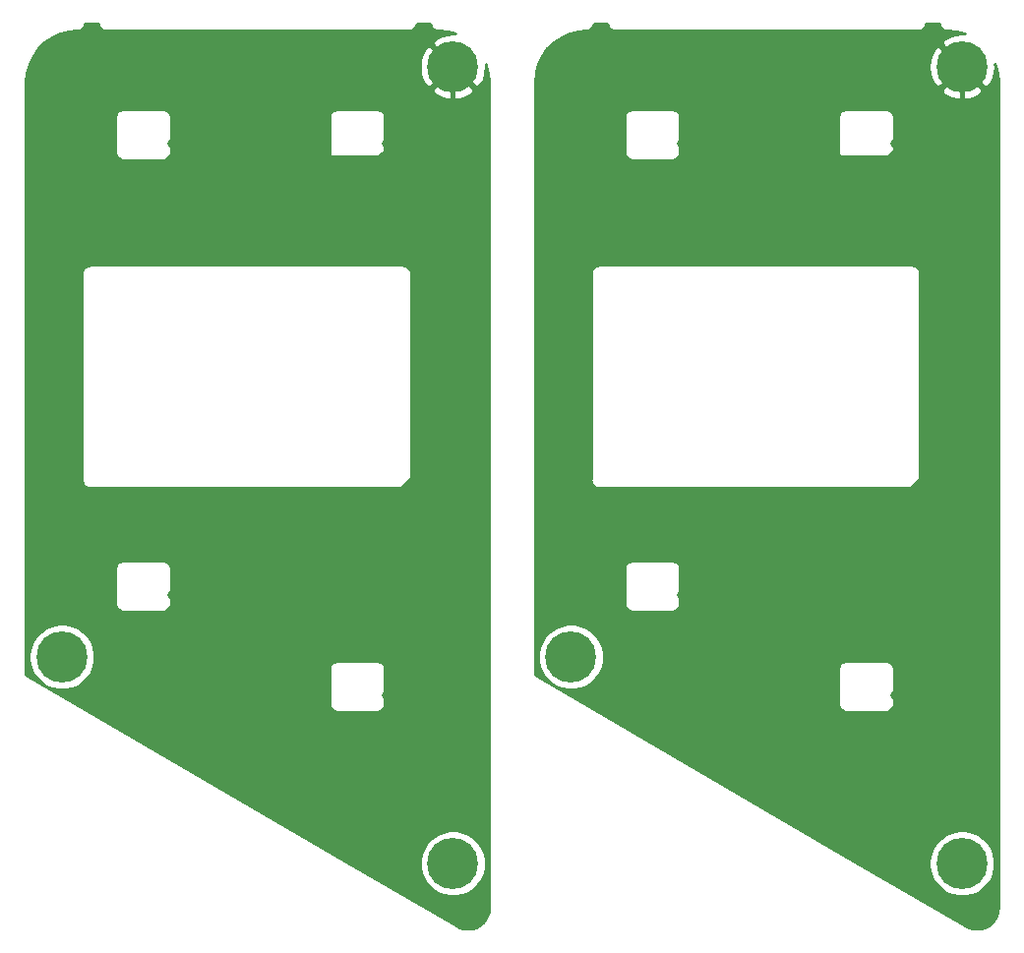
<source format=gtl>
G04 #@! TF.GenerationSoftware,KiCad,Pcbnew,5.1.5+dfsg1-2build2*
G04 #@! TF.CreationDate,2020-12-19T04:00:09+09:00*
G04 #@! TF.ProjectId,shield,73686965-6c64-42e6-9b69-6361645f7063,rev?*
G04 #@! TF.SameCoordinates,Original*
G04 #@! TF.FileFunction,Copper,L1,Top*
G04 #@! TF.FilePolarity,Positive*
%FSLAX46Y46*%
G04 Gerber Fmt 4.6, Leading zero omitted, Abs format (unit mm)*
G04 Created by KiCad (PCBNEW 5.1.5+dfsg1-2build2) date 2020-12-19 04:00:09*
%MOMM*%
%LPD*%
G04 APERTURE LIST*
%ADD10C,4.400000*%
%ADD11C,0.700000*%
%ADD12C,0.800000*%
%ADD13C,0.400000*%
%ADD14C,0.254000*%
G04 APERTURE END LIST*
D10*
X78740000Y-100330000D03*
D11*
X77090000Y-100330000D03*
X77573274Y-101496726D03*
X78740000Y-101980000D03*
X79906726Y-101496726D03*
X80390000Y-100330000D03*
X79906726Y-99163274D03*
X78740000Y-98680000D03*
X77573274Y-99163274D03*
D10*
X112395000Y-118110000D03*
D11*
X110745000Y-118110000D03*
X111228274Y-119276726D03*
X112395000Y-119760000D03*
X113561726Y-119276726D03*
X114045000Y-118110000D03*
X113561726Y-116943274D03*
X112395000Y-116460000D03*
X111228274Y-116943274D03*
X111228274Y-48363274D03*
X112395000Y-47880000D03*
X113561726Y-48363274D03*
X114045000Y-49530000D03*
X113561726Y-50696726D03*
X112395000Y-51180000D03*
X111228274Y-50696726D03*
X110745000Y-49530000D03*
D10*
X112395000Y-49530000D03*
D11*
X33758274Y-99163274D03*
X34925000Y-98680000D03*
X36091726Y-99163274D03*
X36575000Y-100330000D03*
X36091726Y-101496726D03*
X34925000Y-101980000D03*
X33758274Y-101496726D03*
X33275000Y-100330000D03*
D10*
X34925000Y-100330000D03*
D11*
X67413274Y-116943274D03*
X68580000Y-116460000D03*
X69746726Y-116943274D03*
X70230000Y-118110000D03*
X69746726Y-119276726D03*
X68580000Y-119760000D03*
X67413274Y-119276726D03*
X66930000Y-118110000D03*
D10*
X68580000Y-118110000D03*
X68580000Y-49530000D03*
D11*
X66930000Y-49530000D03*
X67413274Y-50696726D03*
X68580000Y-51180000D03*
X69746726Y-50696726D03*
X70230000Y-49530000D03*
X69746726Y-48363274D03*
X68580000Y-47880000D03*
X67413274Y-48363274D03*
D12*
X44450000Y-56134000D03*
X62865000Y-56134000D03*
X62865000Y-103632000D03*
X44450000Y-94996000D03*
X55245000Y-90805000D03*
X52705000Y-62230000D03*
X88265000Y-56134000D03*
X106680000Y-56134000D03*
X106680000Y-103632000D03*
X88265000Y-94996000D03*
X99060000Y-90805000D03*
X96520000Y-62230000D03*
D13*
X62865000Y-55245000D02*
X62865000Y-56134000D01*
X68580000Y-49530000D02*
X62865000Y-55245000D01*
X62865000Y-56699685D02*
X62865000Y-56134000D01*
X62232675Y-57332010D02*
X62865000Y-56699685D01*
X45648010Y-57332010D02*
X62232675Y-57332010D01*
X44450000Y-56134000D02*
X45648010Y-57332010D01*
X68580000Y-52641269D02*
X68580000Y-49530000D01*
X63430685Y-103632000D02*
X68580000Y-98482685D01*
X62865000Y-103632000D02*
X63430685Y-103632000D01*
X68580000Y-81443765D02*
X68580000Y-78740000D01*
X55027765Y-94996000D02*
X68580000Y-81443765D01*
X44450000Y-94996000D02*
X55027765Y-94996000D01*
X68580000Y-78740000D02*
X68580000Y-52641269D01*
X68580000Y-98482685D02*
X68580000Y-78740000D01*
X106680000Y-55245000D02*
X106680000Y-56134000D01*
X112395000Y-49530000D02*
X106680000Y-55245000D01*
X106680000Y-56699685D02*
X106680000Y-56134000D01*
X106047675Y-57332010D02*
X106680000Y-56699685D01*
X89463010Y-57332010D02*
X106047675Y-57332010D01*
X88265000Y-56134000D02*
X89463010Y-57332010D01*
X112395000Y-52641269D02*
X112395000Y-49530000D01*
X107245685Y-103632000D02*
X112395000Y-98482685D01*
X106680000Y-103632000D02*
X107245685Y-103632000D01*
X112395000Y-81443765D02*
X112395000Y-78740000D01*
X98842765Y-94996000D02*
X112395000Y-81443765D01*
X88265000Y-94996000D02*
X98842765Y-94996000D01*
X112395000Y-78740000D02*
X112395000Y-52641269D01*
X112395000Y-98482685D02*
X112395000Y-78740000D01*
D14*
G36*
X38035273Y-45859184D02*
G01*
X38075872Y-45993020D01*
X38141800Y-46116363D01*
X38230525Y-46224475D01*
X38338637Y-46313200D01*
X38461980Y-46379128D01*
X38595816Y-46419727D01*
X38700123Y-46430000D01*
X38735000Y-46433435D01*
X38769877Y-46430000D01*
X64735123Y-46430000D01*
X64770000Y-46433435D01*
X64804877Y-46430000D01*
X64909184Y-46419727D01*
X65043020Y-46379128D01*
X65166363Y-46313200D01*
X65274475Y-46224475D01*
X65363200Y-46116363D01*
X65429128Y-45993020D01*
X65469727Y-45859184D01*
X65470927Y-45847000D01*
X66609074Y-45847000D01*
X66610274Y-45859184D01*
X66650873Y-45993020D01*
X66716801Y-46116363D01*
X66805526Y-46224475D01*
X66913638Y-46313200D01*
X67036981Y-46379128D01*
X67170817Y-46419727D01*
X67310000Y-46433435D01*
X67313266Y-46433113D01*
X68083358Y-46501842D01*
X68829526Y-46705970D01*
X68564826Y-46681322D01*
X68009368Y-46739019D01*
X67475839Y-46903972D01*
X67009976Y-47152982D01*
X66769830Y-47540225D01*
X68580000Y-49350395D01*
X68594143Y-49336253D01*
X68773748Y-49515858D01*
X68759605Y-49530000D01*
X70569775Y-51340170D01*
X70957018Y-51100024D01*
X71217641Y-50606123D01*
X71376901Y-50070867D01*
X71428678Y-49514826D01*
X71407690Y-49312773D01*
X71449073Y-49407044D01*
X71631640Y-50167493D01*
X71680001Y-50826044D01*
X71680000Y-121885280D01*
X71641809Y-122274784D01*
X71538771Y-122616063D01*
X71371409Y-122930825D01*
X71146097Y-123207083D01*
X70871418Y-123434317D01*
X70557838Y-123603869D01*
X70217288Y-123709287D01*
X69862749Y-123746550D01*
X69507731Y-123714242D01*
X69145884Y-123607744D01*
X69039984Y-123559967D01*
X59229273Y-117830777D01*
X65745000Y-117830777D01*
X65745000Y-118389223D01*
X65853948Y-118936939D01*
X66067656Y-119452876D01*
X66377912Y-119917207D01*
X66772793Y-120312088D01*
X67237124Y-120622344D01*
X67753061Y-120836052D01*
X68300777Y-120945000D01*
X68859223Y-120945000D01*
X69406939Y-120836052D01*
X69922876Y-120622344D01*
X70387207Y-120312088D01*
X70782088Y-119917207D01*
X71092344Y-119452876D01*
X71306052Y-118936939D01*
X71415000Y-118389223D01*
X71415000Y-117830777D01*
X71306052Y-117283061D01*
X71092344Y-116767124D01*
X70782088Y-116302793D01*
X70387207Y-115907912D01*
X69922876Y-115597656D01*
X69406939Y-115383948D01*
X68859223Y-115275000D01*
X68300777Y-115275000D01*
X67753061Y-115383948D01*
X67237124Y-115597656D01*
X66772793Y-115907912D01*
X66377912Y-116302793D01*
X66067656Y-116767124D01*
X65853948Y-117283061D01*
X65745000Y-117830777D01*
X59229273Y-117830777D01*
X31825000Y-101827423D01*
X31825000Y-100050777D01*
X32090000Y-100050777D01*
X32090000Y-100609223D01*
X32198948Y-101156939D01*
X32412656Y-101672876D01*
X32722912Y-102137207D01*
X33117793Y-102532088D01*
X33582124Y-102842344D01*
X34098061Y-103056052D01*
X34645777Y-103165000D01*
X35204223Y-103165000D01*
X35751939Y-103056052D01*
X36267876Y-102842344D01*
X36732207Y-102532088D01*
X37127088Y-102137207D01*
X37437344Y-101672876D01*
X37562799Y-101370000D01*
X57926638Y-101370000D01*
X57930001Y-101404145D01*
X57930000Y-104335865D01*
X57926638Y-104370000D01*
X57940057Y-104506244D01*
X57979798Y-104637252D01*
X58044333Y-104757989D01*
X58131183Y-104863817D01*
X58237011Y-104950667D01*
X58357748Y-105015202D01*
X58488756Y-105054943D01*
X58625000Y-105068362D01*
X58659134Y-105065000D01*
X61990866Y-105065000D01*
X62025000Y-105068362D01*
X62161244Y-105054943D01*
X62292252Y-105015202D01*
X62412989Y-104950667D01*
X62518817Y-104863817D01*
X62605667Y-104757989D01*
X62670202Y-104637252D01*
X62709943Y-104506244D01*
X62720000Y-104404135D01*
X62720000Y-104404134D01*
X62723362Y-104370000D01*
X62720000Y-104335865D01*
X62720000Y-101404135D01*
X62723362Y-101370000D01*
X62709943Y-101233756D01*
X62670202Y-101102748D01*
X62605667Y-100982011D01*
X62518817Y-100876183D01*
X62412989Y-100789333D01*
X62292252Y-100724798D01*
X62161244Y-100685057D01*
X62059135Y-100675000D01*
X62059134Y-100675000D01*
X62025000Y-100671638D01*
X61990865Y-100675000D01*
X58659135Y-100675000D01*
X58625000Y-100671638D01*
X58590866Y-100675000D01*
X58590865Y-100675000D01*
X58488756Y-100685057D01*
X58357748Y-100724798D01*
X58237011Y-100789333D01*
X58131183Y-100876183D01*
X58044333Y-100982011D01*
X57979798Y-101102748D01*
X57940057Y-101233756D01*
X57926638Y-101370000D01*
X37562799Y-101370000D01*
X37651052Y-101156939D01*
X37760000Y-100609223D01*
X37760000Y-100050777D01*
X37651052Y-99503061D01*
X37437344Y-98987124D01*
X37127088Y-98522793D01*
X36732207Y-98127912D01*
X36267876Y-97817656D01*
X35751939Y-97603948D01*
X35204223Y-97495000D01*
X34645777Y-97495000D01*
X34098061Y-97603948D01*
X33582124Y-97817656D01*
X33117793Y-98127912D01*
X32722912Y-98522793D01*
X32412656Y-98987124D01*
X32198948Y-99503061D01*
X32090000Y-100050777D01*
X31825000Y-100050777D01*
X31825000Y-92734000D01*
X39511638Y-92734000D01*
X39515001Y-92768145D01*
X39515000Y-95699865D01*
X39511638Y-95734000D01*
X39525057Y-95870244D01*
X39564798Y-96001252D01*
X39629333Y-96121989D01*
X39716183Y-96227817D01*
X39822011Y-96314667D01*
X39942748Y-96379202D01*
X40073756Y-96418943D01*
X40210000Y-96432362D01*
X40244134Y-96429000D01*
X43575866Y-96429000D01*
X43610000Y-96432362D01*
X43746244Y-96418943D01*
X43877252Y-96379202D01*
X43997989Y-96314667D01*
X44103817Y-96227817D01*
X44190667Y-96121989D01*
X44255202Y-96001252D01*
X44294943Y-95870244D01*
X44305000Y-95768135D01*
X44305000Y-95768134D01*
X44308362Y-95734000D01*
X44305000Y-95699865D01*
X44305000Y-92768135D01*
X44308362Y-92734000D01*
X44294943Y-92597756D01*
X44255202Y-92466748D01*
X44190667Y-92346011D01*
X44103817Y-92240183D01*
X43997989Y-92153333D01*
X43877252Y-92088798D01*
X43746244Y-92049057D01*
X43644135Y-92039000D01*
X43644134Y-92039000D01*
X43610000Y-92035638D01*
X43575865Y-92039000D01*
X40244135Y-92039000D01*
X40210000Y-92035638D01*
X40175866Y-92039000D01*
X40175865Y-92039000D01*
X40073756Y-92049057D01*
X39942748Y-92088798D01*
X39822011Y-92153333D01*
X39716183Y-92240183D01*
X39629333Y-92346011D01*
X39564798Y-92466748D01*
X39525057Y-92597756D01*
X39511638Y-92734000D01*
X31825000Y-92734000D01*
X31825000Y-67310000D01*
X36624565Y-67310000D01*
X36628001Y-67344887D01*
X36628000Y-85055123D01*
X36624565Y-85090000D01*
X36638273Y-85229184D01*
X36678872Y-85363020D01*
X36744800Y-85486363D01*
X36833525Y-85594475D01*
X36941637Y-85683200D01*
X37064980Y-85749128D01*
X37198816Y-85789727D01*
X37338000Y-85803435D01*
X37372877Y-85800000D01*
X64227123Y-85800000D01*
X64262000Y-85803435D01*
X64296877Y-85800000D01*
X64401184Y-85789727D01*
X64535020Y-85749128D01*
X64658363Y-85683200D01*
X64766475Y-85594475D01*
X64855200Y-85486363D01*
X64921128Y-85363020D01*
X64961727Y-85229184D01*
X64975435Y-85090000D01*
X64972000Y-85055123D01*
X64972000Y-67344877D01*
X64975435Y-67310000D01*
X64961727Y-67170816D01*
X64921128Y-67036980D01*
X64855200Y-66913637D01*
X64766475Y-66805525D01*
X64658363Y-66716800D01*
X64535020Y-66650872D01*
X64401184Y-66610273D01*
X64296877Y-66600000D01*
X64262000Y-66596565D01*
X64227123Y-66600000D01*
X37372877Y-66600000D01*
X37338000Y-66596565D01*
X37303123Y-66600000D01*
X37198816Y-66610273D01*
X37064980Y-66650872D01*
X36941637Y-66716800D01*
X36833525Y-66805525D01*
X36744800Y-66913637D01*
X36678872Y-67036980D01*
X36638273Y-67170816D01*
X36624565Y-67310000D01*
X31825000Y-67310000D01*
X31825000Y-53872000D01*
X39511638Y-53872000D01*
X39515001Y-53906145D01*
X39515000Y-56837865D01*
X39511638Y-56872000D01*
X39525057Y-57008244D01*
X39564798Y-57139252D01*
X39629333Y-57259989D01*
X39716183Y-57365817D01*
X39822011Y-57452667D01*
X39942748Y-57517202D01*
X40073756Y-57556943D01*
X40210000Y-57570362D01*
X40244134Y-57567000D01*
X43575866Y-57567000D01*
X43610000Y-57570362D01*
X43746244Y-57556943D01*
X43877252Y-57517202D01*
X43997989Y-57452667D01*
X44103817Y-57365817D01*
X44190667Y-57259989D01*
X44255202Y-57139252D01*
X44294943Y-57008244D01*
X44305000Y-56906135D01*
X44305000Y-56906134D01*
X44308362Y-56872000D01*
X44305000Y-56837865D01*
X44305000Y-53906135D01*
X44308362Y-53872000D01*
X57926638Y-53872000D01*
X57930001Y-53906145D01*
X57930000Y-56837865D01*
X57926638Y-56872000D01*
X57940057Y-57008244D01*
X57979798Y-57139252D01*
X58044333Y-57259989D01*
X58131183Y-57365817D01*
X58237011Y-57452667D01*
X58357748Y-57517202D01*
X58488756Y-57556943D01*
X58625000Y-57570362D01*
X58659134Y-57567000D01*
X61990866Y-57567000D01*
X62025000Y-57570362D01*
X62161244Y-57556943D01*
X62292252Y-57517202D01*
X62412989Y-57452667D01*
X62518817Y-57365817D01*
X62605667Y-57259989D01*
X62670202Y-57139252D01*
X62709943Y-57008244D01*
X62720000Y-56906135D01*
X62720000Y-56906134D01*
X62723362Y-56872000D01*
X62720000Y-56837865D01*
X62720000Y-53906135D01*
X62723362Y-53872000D01*
X62709943Y-53735756D01*
X62670202Y-53604748D01*
X62605667Y-53484011D01*
X62518817Y-53378183D01*
X62412989Y-53291333D01*
X62292252Y-53226798D01*
X62161244Y-53187057D01*
X62059135Y-53177000D01*
X62059134Y-53177000D01*
X62025000Y-53173638D01*
X61990865Y-53177000D01*
X58659135Y-53177000D01*
X58625000Y-53173638D01*
X58590866Y-53177000D01*
X58590865Y-53177000D01*
X58488756Y-53187057D01*
X58357748Y-53226798D01*
X58237011Y-53291333D01*
X58131183Y-53378183D01*
X58044333Y-53484011D01*
X57979798Y-53604748D01*
X57940057Y-53735756D01*
X57926638Y-53872000D01*
X44308362Y-53872000D01*
X44294943Y-53735756D01*
X44255202Y-53604748D01*
X44190667Y-53484011D01*
X44103817Y-53378183D01*
X43997989Y-53291333D01*
X43877252Y-53226798D01*
X43746244Y-53187057D01*
X43644135Y-53177000D01*
X43644134Y-53177000D01*
X43610000Y-53173638D01*
X43575865Y-53177000D01*
X40244135Y-53177000D01*
X40210000Y-53173638D01*
X40175866Y-53177000D01*
X40175865Y-53177000D01*
X40073756Y-53187057D01*
X39942748Y-53226798D01*
X39822011Y-53291333D01*
X39716183Y-53378183D01*
X39629333Y-53484011D01*
X39564798Y-53604748D01*
X39525057Y-53735756D01*
X39511638Y-53872000D01*
X31825000Y-53872000D01*
X31825000Y-51519775D01*
X66769830Y-51519775D01*
X67009976Y-51907018D01*
X67503877Y-52167641D01*
X68039133Y-52326901D01*
X68595174Y-52378678D01*
X69150632Y-52320981D01*
X69684161Y-52156028D01*
X70150024Y-51907018D01*
X70390170Y-51519775D01*
X68580000Y-49709605D01*
X66769830Y-51519775D01*
X31825000Y-51519775D01*
X31825000Y-50831618D01*
X31896842Y-50026642D01*
X32028556Y-49545174D01*
X65731322Y-49545174D01*
X65789019Y-50100632D01*
X65953972Y-50634161D01*
X66202982Y-51100024D01*
X66590225Y-51340170D01*
X68400395Y-49530000D01*
X66590225Y-47719830D01*
X66202982Y-47959976D01*
X65942359Y-48453877D01*
X65783099Y-48989133D01*
X65731322Y-49545174D01*
X32028556Y-49545174D01*
X32101723Y-49277723D01*
X32435986Y-48576928D01*
X32889069Y-47946395D01*
X33446645Y-47406066D01*
X34091099Y-46973011D01*
X34802044Y-46660927D01*
X35562493Y-46478360D01*
X36186139Y-46432562D01*
X36195000Y-46433435D01*
X36334183Y-46419727D01*
X36468019Y-46379128D01*
X36591362Y-46313200D01*
X36699474Y-46224475D01*
X36788200Y-46116363D01*
X36854128Y-45993020D01*
X36894727Y-45859184D01*
X36895927Y-45847000D01*
X38034073Y-45847000D01*
X38035273Y-45859184D01*
G37*
X38035273Y-45859184D02*
X38075872Y-45993020D01*
X38141800Y-46116363D01*
X38230525Y-46224475D01*
X38338637Y-46313200D01*
X38461980Y-46379128D01*
X38595816Y-46419727D01*
X38700123Y-46430000D01*
X38735000Y-46433435D01*
X38769877Y-46430000D01*
X64735123Y-46430000D01*
X64770000Y-46433435D01*
X64804877Y-46430000D01*
X64909184Y-46419727D01*
X65043020Y-46379128D01*
X65166363Y-46313200D01*
X65274475Y-46224475D01*
X65363200Y-46116363D01*
X65429128Y-45993020D01*
X65469727Y-45859184D01*
X65470927Y-45847000D01*
X66609074Y-45847000D01*
X66610274Y-45859184D01*
X66650873Y-45993020D01*
X66716801Y-46116363D01*
X66805526Y-46224475D01*
X66913638Y-46313200D01*
X67036981Y-46379128D01*
X67170817Y-46419727D01*
X67310000Y-46433435D01*
X67313266Y-46433113D01*
X68083358Y-46501842D01*
X68829526Y-46705970D01*
X68564826Y-46681322D01*
X68009368Y-46739019D01*
X67475839Y-46903972D01*
X67009976Y-47152982D01*
X66769830Y-47540225D01*
X68580000Y-49350395D01*
X68594143Y-49336253D01*
X68773748Y-49515858D01*
X68759605Y-49530000D01*
X70569775Y-51340170D01*
X70957018Y-51100024D01*
X71217641Y-50606123D01*
X71376901Y-50070867D01*
X71428678Y-49514826D01*
X71407690Y-49312773D01*
X71449073Y-49407044D01*
X71631640Y-50167493D01*
X71680001Y-50826044D01*
X71680000Y-121885280D01*
X71641809Y-122274784D01*
X71538771Y-122616063D01*
X71371409Y-122930825D01*
X71146097Y-123207083D01*
X70871418Y-123434317D01*
X70557838Y-123603869D01*
X70217288Y-123709287D01*
X69862749Y-123746550D01*
X69507731Y-123714242D01*
X69145884Y-123607744D01*
X69039984Y-123559967D01*
X59229273Y-117830777D01*
X65745000Y-117830777D01*
X65745000Y-118389223D01*
X65853948Y-118936939D01*
X66067656Y-119452876D01*
X66377912Y-119917207D01*
X66772793Y-120312088D01*
X67237124Y-120622344D01*
X67753061Y-120836052D01*
X68300777Y-120945000D01*
X68859223Y-120945000D01*
X69406939Y-120836052D01*
X69922876Y-120622344D01*
X70387207Y-120312088D01*
X70782088Y-119917207D01*
X71092344Y-119452876D01*
X71306052Y-118936939D01*
X71415000Y-118389223D01*
X71415000Y-117830777D01*
X71306052Y-117283061D01*
X71092344Y-116767124D01*
X70782088Y-116302793D01*
X70387207Y-115907912D01*
X69922876Y-115597656D01*
X69406939Y-115383948D01*
X68859223Y-115275000D01*
X68300777Y-115275000D01*
X67753061Y-115383948D01*
X67237124Y-115597656D01*
X66772793Y-115907912D01*
X66377912Y-116302793D01*
X66067656Y-116767124D01*
X65853948Y-117283061D01*
X65745000Y-117830777D01*
X59229273Y-117830777D01*
X31825000Y-101827423D01*
X31825000Y-100050777D01*
X32090000Y-100050777D01*
X32090000Y-100609223D01*
X32198948Y-101156939D01*
X32412656Y-101672876D01*
X32722912Y-102137207D01*
X33117793Y-102532088D01*
X33582124Y-102842344D01*
X34098061Y-103056052D01*
X34645777Y-103165000D01*
X35204223Y-103165000D01*
X35751939Y-103056052D01*
X36267876Y-102842344D01*
X36732207Y-102532088D01*
X37127088Y-102137207D01*
X37437344Y-101672876D01*
X37562799Y-101370000D01*
X57926638Y-101370000D01*
X57930001Y-101404145D01*
X57930000Y-104335865D01*
X57926638Y-104370000D01*
X57940057Y-104506244D01*
X57979798Y-104637252D01*
X58044333Y-104757989D01*
X58131183Y-104863817D01*
X58237011Y-104950667D01*
X58357748Y-105015202D01*
X58488756Y-105054943D01*
X58625000Y-105068362D01*
X58659134Y-105065000D01*
X61990866Y-105065000D01*
X62025000Y-105068362D01*
X62161244Y-105054943D01*
X62292252Y-105015202D01*
X62412989Y-104950667D01*
X62518817Y-104863817D01*
X62605667Y-104757989D01*
X62670202Y-104637252D01*
X62709943Y-104506244D01*
X62720000Y-104404135D01*
X62720000Y-104404134D01*
X62723362Y-104370000D01*
X62720000Y-104335865D01*
X62720000Y-101404135D01*
X62723362Y-101370000D01*
X62709943Y-101233756D01*
X62670202Y-101102748D01*
X62605667Y-100982011D01*
X62518817Y-100876183D01*
X62412989Y-100789333D01*
X62292252Y-100724798D01*
X62161244Y-100685057D01*
X62059135Y-100675000D01*
X62059134Y-100675000D01*
X62025000Y-100671638D01*
X61990865Y-100675000D01*
X58659135Y-100675000D01*
X58625000Y-100671638D01*
X58590866Y-100675000D01*
X58590865Y-100675000D01*
X58488756Y-100685057D01*
X58357748Y-100724798D01*
X58237011Y-100789333D01*
X58131183Y-100876183D01*
X58044333Y-100982011D01*
X57979798Y-101102748D01*
X57940057Y-101233756D01*
X57926638Y-101370000D01*
X37562799Y-101370000D01*
X37651052Y-101156939D01*
X37760000Y-100609223D01*
X37760000Y-100050777D01*
X37651052Y-99503061D01*
X37437344Y-98987124D01*
X37127088Y-98522793D01*
X36732207Y-98127912D01*
X36267876Y-97817656D01*
X35751939Y-97603948D01*
X35204223Y-97495000D01*
X34645777Y-97495000D01*
X34098061Y-97603948D01*
X33582124Y-97817656D01*
X33117793Y-98127912D01*
X32722912Y-98522793D01*
X32412656Y-98987124D01*
X32198948Y-99503061D01*
X32090000Y-100050777D01*
X31825000Y-100050777D01*
X31825000Y-92734000D01*
X39511638Y-92734000D01*
X39515001Y-92768145D01*
X39515000Y-95699865D01*
X39511638Y-95734000D01*
X39525057Y-95870244D01*
X39564798Y-96001252D01*
X39629333Y-96121989D01*
X39716183Y-96227817D01*
X39822011Y-96314667D01*
X39942748Y-96379202D01*
X40073756Y-96418943D01*
X40210000Y-96432362D01*
X40244134Y-96429000D01*
X43575866Y-96429000D01*
X43610000Y-96432362D01*
X43746244Y-96418943D01*
X43877252Y-96379202D01*
X43997989Y-96314667D01*
X44103817Y-96227817D01*
X44190667Y-96121989D01*
X44255202Y-96001252D01*
X44294943Y-95870244D01*
X44305000Y-95768135D01*
X44305000Y-95768134D01*
X44308362Y-95734000D01*
X44305000Y-95699865D01*
X44305000Y-92768135D01*
X44308362Y-92734000D01*
X44294943Y-92597756D01*
X44255202Y-92466748D01*
X44190667Y-92346011D01*
X44103817Y-92240183D01*
X43997989Y-92153333D01*
X43877252Y-92088798D01*
X43746244Y-92049057D01*
X43644135Y-92039000D01*
X43644134Y-92039000D01*
X43610000Y-92035638D01*
X43575865Y-92039000D01*
X40244135Y-92039000D01*
X40210000Y-92035638D01*
X40175866Y-92039000D01*
X40175865Y-92039000D01*
X40073756Y-92049057D01*
X39942748Y-92088798D01*
X39822011Y-92153333D01*
X39716183Y-92240183D01*
X39629333Y-92346011D01*
X39564798Y-92466748D01*
X39525057Y-92597756D01*
X39511638Y-92734000D01*
X31825000Y-92734000D01*
X31825000Y-67310000D01*
X36624565Y-67310000D01*
X36628001Y-67344887D01*
X36628000Y-85055123D01*
X36624565Y-85090000D01*
X36638273Y-85229184D01*
X36678872Y-85363020D01*
X36744800Y-85486363D01*
X36833525Y-85594475D01*
X36941637Y-85683200D01*
X37064980Y-85749128D01*
X37198816Y-85789727D01*
X37338000Y-85803435D01*
X37372877Y-85800000D01*
X64227123Y-85800000D01*
X64262000Y-85803435D01*
X64296877Y-85800000D01*
X64401184Y-85789727D01*
X64535020Y-85749128D01*
X64658363Y-85683200D01*
X64766475Y-85594475D01*
X64855200Y-85486363D01*
X64921128Y-85363020D01*
X64961727Y-85229184D01*
X64975435Y-85090000D01*
X64972000Y-85055123D01*
X64972000Y-67344877D01*
X64975435Y-67310000D01*
X64961727Y-67170816D01*
X64921128Y-67036980D01*
X64855200Y-66913637D01*
X64766475Y-66805525D01*
X64658363Y-66716800D01*
X64535020Y-66650872D01*
X64401184Y-66610273D01*
X64296877Y-66600000D01*
X64262000Y-66596565D01*
X64227123Y-66600000D01*
X37372877Y-66600000D01*
X37338000Y-66596565D01*
X37303123Y-66600000D01*
X37198816Y-66610273D01*
X37064980Y-66650872D01*
X36941637Y-66716800D01*
X36833525Y-66805525D01*
X36744800Y-66913637D01*
X36678872Y-67036980D01*
X36638273Y-67170816D01*
X36624565Y-67310000D01*
X31825000Y-67310000D01*
X31825000Y-53872000D01*
X39511638Y-53872000D01*
X39515001Y-53906145D01*
X39515000Y-56837865D01*
X39511638Y-56872000D01*
X39525057Y-57008244D01*
X39564798Y-57139252D01*
X39629333Y-57259989D01*
X39716183Y-57365817D01*
X39822011Y-57452667D01*
X39942748Y-57517202D01*
X40073756Y-57556943D01*
X40210000Y-57570362D01*
X40244134Y-57567000D01*
X43575866Y-57567000D01*
X43610000Y-57570362D01*
X43746244Y-57556943D01*
X43877252Y-57517202D01*
X43997989Y-57452667D01*
X44103817Y-57365817D01*
X44190667Y-57259989D01*
X44255202Y-57139252D01*
X44294943Y-57008244D01*
X44305000Y-56906135D01*
X44305000Y-56906134D01*
X44308362Y-56872000D01*
X44305000Y-56837865D01*
X44305000Y-53906135D01*
X44308362Y-53872000D01*
X57926638Y-53872000D01*
X57930001Y-53906145D01*
X57930000Y-56837865D01*
X57926638Y-56872000D01*
X57940057Y-57008244D01*
X57979798Y-57139252D01*
X58044333Y-57259989D01*
X58131183Y-57365817D01*
X58237011Y-57452667D01*
X58357748Y-57517202D01*
X58488756Y-57556943D01*
X58625000Y-57570362D01*
X58659134Y-57567000D01*
X61990866Y-57567000D01*
X62025000Y-57570362D01*
X62161244Y-57556943D01*
X62292252Y-57517202D01*
X62412989Y-57452667D01*
X62518817Y-57365817D01*
X62605667Y-57259989D01*
X62670202Y-57139252D01*
X62709943Y-57008244D01*
X62720000Y-56906135D01*
X62720000Y-56906134D01*
X62723362Y-56872000D01*
X62720000Y-56837865D01*
X62720000Y-53906135D01*
X62723362Y-53872000D01*
X62709943Y-53735756D01*
X62670202Y-53604748D01*
X62605667Y-53484011D01*
X62518817Y-53378183D01*
X62412989Y-53291333D01*
X62292252Y-53226798D01*
X62161244Y-53187057D01*
X62059135Y-53177000D01*
X62059134Y-53177000D01*
X62025000Y-53173638D01*
X61990865Y-53177000D01*
X58659135Y-53177000D01*
X58625000Y-53173638D01*
X58590866Y-53177000D01*
X58590865Y-53177000D01*
X58488756Y-53187057D01*
X58357748Y-53226798D01*
X58237011Y-53291333D01*
X58131183Y-53378183D01*
X58044333Y-53484011D01*
X57979798Y-53604748D01*
X57940057Y-53735756D01*
X57926638Y-53872000D01*
X44308362Y-53872000D01*
X44294943Y-53735756D01*
X44255202Y-53604748D01*
X44190667Y-53484011D01*
X44103817Y-53378183D01*
X43997989Y-53291333D01*
X43877252Y-53226798D01*
X43746244Y-53187057D01*
X43644135Y-53177000D01*
X43644134Y-53177000D01*
X43610000Y-53173638D01*
X43575865Y-53177000D01*
X40244135Y-53177000D01*
X40210000Y-53173638D01*
X40175866Y-53177000D01*
X40175865Y-53177000D01*
X40073756Y-53187057D01*
X39942748Y-53226798D01*
X39822011Y-53291333D01*
X39716183Y-53378183D01*
X39629333Y-53484011D01*
X39564798Y-53604748D01*
X39525057Y-53735756D01*
X39511638Y-53872000D01*
X31825000Y-53872000D01*
X31825000Y-51519775D01*
X66769830Y-51519775D01*
X67009976Y-51907018D01*
X67503877Y-52167641D01*
X68039133Y-52326901D01*
X68595174Y-52378678D01*
X69150632Y-52320981D01*
X69684161Y-52156028D01*
X70150024Y-51907018D01*
X70390170Y-51519775D01*
X68580000Y-49709605D01*
X66769830Y-51519775D01*
X31825000Y-51519775D01*
X31825000Y-50831618D01*
X31896842Y-50026642D01*
X32028556Y-49545174D01*
X65731322Y-49545174D01*
X65789019Y-50100632D01*
X65953972Y-50634161D01*
X66202982Y-51100024D01*
X66590225Y-51340170D01*
X68400395Y-49530000D01*
X66590225Y-47719830D01*
X66202982Y-47959976D01*
X65942359Y-48453877D01*
X65783099Y-48989133D01*
X65731322Y-49545174D01*
X32028556Y-49545174D01*
X32101723Y-49277723D01*
X32435986Y-48576928D01*
X32889069Y-47946395D01*
X33446645Y-47406066D01*
X34091099Y-46973011D01*
X34802044Y-46660927D01*
X35562493Y-46478360D01*
X36186139Y-46432562D01*
X36195000Y-46433435D01*
X36334183Y-46419727D01*
X36468019Y-46379128D01*
X36591362Y-46313200D01*
X36699474Y-46224475D01*
X36788200Y-46116363D01*
X36854128Y-45993020D01*
X36894727Y-45859184D01*
X36895927Y-45847000D01*
X38034073Y-45847000D01*
X38035273Y-45859184D01*
G36*
X81850273Y-45859184D02*
G01*
X81890872Y-45993020D01*
X81956800Y-46116363D01*
X82045525Y-46224475D01*
X82153637Y-46313200D01*
X82276980Y-46379128D01*
X82410816Y-46419727D01*
X82515123Y-46430000D01*
X82550000Y-46433435D01*
X82584877Y-46430000D01*
X108550123Y-46430000D01*
X108585000Y-46433435D01*
X108619877Y-46430000D01*
X108724184Y-46419727D01*
X108858020Y-46379128D01*
X108981363Y-46313200D01*
X109089475Y-46224475D01*
X109178200Y-46116363D01*
X109244128Y-45993020D01*
X109284727Y-45859184D01*
X109285927Y-45847000D01*
X110424074Y-45847000D01*
X110425274Y-45859184D01*
X110465873Y-45993020D01*
X110531801Y-46116363D01*
X110620526Y-46224475D01*
X110728638Y-46313200D01*
X110851981Y-46379128D01*
X110985817Y-46419727D01*
X111125000Y-46433435D01*
X111128266Y-46433113D01*
X111898358Y-46501842D01*
X112644526Y-46705970D01*
X112379826Y-46681322D01*
X111824368Y-46739019D01*
X111290839Y-46903972D01*
X110824976Y-47152982D01*
X110584830Y-47540225D01*
X112395000Y-49350395D01*
X112409143Y-49336253D01*
X112588748Y-49515858D01*
X112574605Y-49530000D01*
X114384775Y-51340170D01*
X114772018Y-51100024D01*
X115032641Y-50606123D01*
X115191901Y-50070867D01*
X115243678Y-49514826D01*
X115222690Y-49312773D01*
X115264073Y-49407044D01*
X115446640Y-50167493D01*
X115495001Y-50826044D01*
X115495000Y-121885280D01*
X115456809Y-122274784D01*
X115353771Y-122616063D01*
X115186409Y-122930825D01*
X114961097Y-123207083D01*
X114686418Y-123434317D01*
X114372838Y-123603869D01*
X114032288Y-123709287D01*
X113677749Y-123746550D01*
X113322731Y-123714242D01*
X112960884Y-123607744D01*
X112854984Y-123559967D01*
X103044273Y-117830777D01*
X109560000Y-117830777D01*
X109560000Y-118389223D01*
X109668948Y-118936939D01*
X109882656Y-119452876D01*
X110192912Y-119917207D01*
X110587793Y-120312088D01*
X111052124Y-120622344D01*
X111568061Y-120836052D01*
X112115777Y-120945000D01*
X112674223Y-120945000D01*
X113221939Y-120836052D01*
X113737876Y-120622344D01*
X114202207Y-120312088D01*
X114597088Y-119917207D01*
X114907344Y-119452876D01*
X115121052Y-118936939D01*
X115230000Y-118389223D01*
X115230000Y-117830777D01*
X115121052Y-117283061D01*
X114907344Y-116767124D01*
X114597088Y-116302793D01*
X114202207Y-115907912D01*
X113737876Y-115597656D01*
X113221939Y-115383948D01*
X112674223Y-115275000D01*
X112115777Y-115275000D01*
X111568061Y-115383948D01*
X111052124Y-115597656D01*
X110587793Y-115907912D01*
X110192912Y-116302793D01*
X109882656Y-116767124D01*
X109668948Y-117283061D01*
X109560000Y-117830777D01*
X103044273Y-117830777D01*
X75640000Y-101827423D01*
X75640000Y-100050777D01*
X75905000Y-100050777D01*
X75905000Y-100609223D01*
X76013948Y-101156939D01*
X76227656Y-101672876D01*
X76537912Y-102137207D01*
X76932793Y-102532088D01*
X77397124Y-102842344D01*
X77913061Y-103056052D01*
X78460777Y-103165000D01*
X79019223Y-103165000D01*
X79566939Y-103056052D01*
X80082876Y-102842344D01*
X80547207Y-102532088D01*
X80942088Y-102137207D01*
X81252344Y-101672876D01*
X81377799Y-101370000D01*
X101741638Y-101370000D01*
X101745001Y-101404145D01*
X101745000Y-104335865D01*
X101741638Y-104370000D01*
X101755057Y-104506244D01*
X101794798Y-104637252D01*
X101859333Y-104757989D01*
X101946183Y-104863817D01*
X102052011Y-104950667D01*
X102172748Y-105015202D01*
X102303756Y-105054943D01*
X102440000Y-105068362D01*
X102474134Y-105065000D01*
X105805866Y-105065000D01*
X105840000Y-105068362D01*
X105976244Y-105054943D01*
X106107252Y-105015202D01*
X106227989Y-104950667D01*
X106333817Y-104863817D01*
X106420667Y-104757989D01*
X106485202Y-104637252D01*
X106524943Y-104506244D01*
X106535000Y-104404135D01*
X106535000Y-104404134D01*
X106538362Y-104370000D01*
X106535000Y-104335865D01*
X106535000Y-101404135D01*
X106538362Y-101370000D01*
X106524943Y-101233756D01*
X106485202Y-101102748D01*
X106420667Y-100982011D01*
X106333817Y-100876183D01*
X106227989Y-100789333D01*
X106107252Y-100724798D01*
X105976244Y-100685057D01*
X105874135Y-100675000D01*
X105874134Y-100675000D01*
X105840000Y-100671638D01*
X105805865Y-100675000D01*
X102474135Y-100675000D01*
X102440000Y-100671638D01*
X102405866Y-100675000D01*
X102405865Y-100675000D01*
X102303756Y-100685057D01*
X102172748Y-100724798D01*
X102052011Y-100789333D01*
X101946183Y-100876183D01*
X101859333Y-100982011D01*
X101794798Y-101102748D01*
X101755057Y-101233756D01*
X101741638Y-101370000D01*
X81377799Y-101370000D01*
X81466052Y-101156939D01*
X81575000Y-100609223D01*
X81575000Y-100050777D01*
X81466052Y-99503061D01*
X81252344Y-98987124D01*
X80942088Y-98522793D01*
X80547207Y-98127912D01*
X80082876Y-97817656D01*
X79566939Y-97603948D01*
X79019223Y-97495000D01*
X78460777Y-97495000D01*
X77913061Y-97603948D01*
X77397124Y-97817656D01*
X76932793Y-98127912D01*
X76537912Y-98522793D01*
X76227656Y-98987124D01*
X76013948Y-99503061D01*
X75905000Y-100050777D01*
X75640000Y-100050777D01*
X75640000Y-92734000D01*
X83326638Y-92734000D01*
X83330001Y-92768145D01*
X83330000Y-95699865D01*
X83326638Y-95734000D01*
X83340057Y-95870244D01*
X83379798Y-96001252D01*
X83444333Y-96121989D01*
X83531183Y-96227817D01*
X83637011Y-96314667D01*
X83757748Y-96379202D01*
X83888756Y-96418943D01*
X84025000Y-96432362D01*
X84059134Y-96429000D01*
X87390866Y-96429000D01*
X87425000Y-96432362D01*
X87561244Y-96418943D01*
X87692252Y-96379202D01*
X87812989Y-96314667D01*
X87918817Y-96227817D01*
X88005667Y-96121989D01*
X88070202Y-96001252D01*
X88109943Y-95870244D01*
X88120000Y-95768135D01*
X88120000Y-95768134D01*
X88123362Y-95734000D01*
X88120000Y-95699865D01*
X88120000Y-92768135D01*
X88123362Y-92734000D01*
X88109943Y-92597756D01*
X88070202Y-92466748D01*
X88005667Y-92346011D01*
X87918817Y-92240183D01*
X87812989Y-92153333D01*
X87692252Y-92088798D01*
X87561244Y-92049057D01*
X87459135Y-92039000D01*
X87459134Y-92039000D01*
X87425000Y-92035638D01*
X87390865Y-92039000D01*
X84059135Y-92039000D01*
X84025000Y-92035638D01*
X83990866Y-92039000D01*
X83990865Y-92039000D01*
X83888756Y-92049057D01*
X83757748Y-92088798D01*
X83637011Y-92153333D01*
X83531183Y-92240183D01*
X83444333Y-92346011D01*
X83379798Y-92466748D01*
X83340057Y-92597756D01*
X83326638Y-92734000D01*
X75640000Y-92734000D01*
X75640000Y-67310000D01*
X80439565Y-67310000D01*
X80443001Y-67344887D01*
X80443000Y-85055123D01*
X80439565Y-85090000D01*
X80453273Y-85229184D01*
X80493872Y-85363020D01*
X80559800Y-85486363D01*
X80648525Y-85594475D01*
X80756637Y-85683200D01*
X80879980Y-85749128D01*
X81013816Y-85789727D01*
X81153000Y-85803435D01*
X81187877Y-85800000D01*
X108042123Y-85800000D01*
X108077000Y-85803435D01*
X108111877Y-85800000D01*
X108216184Y-85789727D01*
X108350020Y-85749128D01*
X108473363Y-85683200D01*
X108581475Y-85594475D01*
X108670200Y-85486363D01*
X108736128Y-85363020D01*
X108776727Y-85229184D01*
X108790435Y-85090000D01*
X108787000Y-85055123D01*
X108787000Y-67344877D01*
X108790435Y-67310000D01*
X108776727Y-67170816D01*
X108736128Y-67036980D01*
X108670200Y-66913637D01*
X108581475Y-66805525D01*
X108473363Y-66716800D01*
X108350020Y-66650872D01*
X108216184Y-66610273D01*
X108111877Y-66600000D01*
X108077000Y-66596565D01*
X108042123Y-66600000D01*
X81187877Y-66600000D01*
X81153000Y-66596565D01*
X81118123Y-66600000D01*
X81013816Y-66610273D01*
X80879980Y-66650872D01*
X80756637Y-66716800D01*
X80648525Y-66805525D01*
X80559800Y-66913637D01*
X80493872Y-67036980D01*
X80453273Y-67170816D01*
X80439565Y-67310000D01*
X75640000Y-67310000D01*
X75640000Y-53872000D01*
X83326638Y-53872000D01*
X83330001Y-53906145D01*
X83330000Y-56837865D01*
X83326638Y-56872000D01*
X83340057Y-57008244D01*
X83379798Y-57139252D01*
X83444333Y-57259989D01*
X83531183Y-57365817D01*
X83637011Y-57452667D01*
X83757748Y-57517202D01*
X83888756Y-57556943D01*
X84025000Y-57570362D01*
X84059134Y-57567000D01*
X87390866Y-57567000D01*
X87425000Y-57570362D01*
X87561244Y-57556943D01*
X87692252Y-57517202D01*
X87812989Y-57452667D01*
X87918817Y-57365817D01*
X88005667Y-57259989D01*
X88070202Y-57139252D01*
X88109943Y-57008244D01*
X88120000Y-56906135D01*
X88120000Y-56906134D01*
X88123362Y-56872000D01*
X88120000Y-56837865D01*
X88120000Y-53906135D01*
X88123362Y-53872000D01*
X101741638Y-53872000D01*
X101745001Y-53906145D01*
X101745000Y-56837865D01*
X101741638Y-56872000D01*
X101755057Y-57008244D01*
X101794798Y-57139252D01*
X101859333Y-57259989D01*
X101946183Y-57365817D01*
X102052011Y-57452667D01*
X102172748Y-57517202D01*
X102303756Y-57556943D01*
X102440000Y-57570362D01*
X102474134Y-57567000D01*
X105805866Y-57567000D01*
X105840000Y-57570362D01*
X105976244Y-57556943D01*
X106107252Y-57517202D01*
X106227989Y-57452667D01*
X106333817Y-57365817D01*
X106420667Y-57259989D01*
X106485202Y-57139252D01*
X106524943Y-57008244D01*
X106535000Y-56906135D01*
X106535000Y-56906134D01*
X106538362Y-56872000D01*
X106535000Y-56837865D01*
X106535000Y-53906135D01*
X106538362Y-53872000D01*
X106524943Y-53735756D01*
X106485202Y-53604748D01*
X106420667Y-53484011D01*
X106333817Y-53378183D01*
X106227989Y-53291333D01*
X106107252Y-53226798D01*
X105976244Y-53187057D01*
X105874135Y-53177000D01*
X105874134Y-53177000D01*
X105840000Y-53173638D01*
X105805865Y-53177000D01*
X102474135Y-53177000D01*
X102440000Y-53173638D01*
X102405866Y-53177000D01*
X102405865Y-53177000D01*
X102303756Y-53187057D01*
X102172748Y-53226798D01*
X102052011Y-53291333D01*
X101946183Y-53378183D01*
X101859333Y-53484011D01*
X101794798Y-53604748D01*
X101755057Y-53735756D01*
X101741638Y-53872000D01*
X88123362Y-53872000D01*
X88109943Y-53735756D01*
X88070202Y-53604748D01*
X88005667Y-53484011D01*
X87918817Y-53378183D01*
X87812989Y-53291333D01*
X87692252Y-53226798D01*
X87561244Y-53187057D01*
X87459135Y-53177000D01*
X87459134Y-53177000D01*
X87425000Y-53173638D01*
X87390865Y-53177000D01*
X84059135Y-53177000D01*
X84025000Y-53173638D01*
X83990866Y-53177000D01*
X83990865Y-53177000D01*
X83888756Y-53187057D01*
X83757748Y-53226798D01*
X83637011Y-53291333D01*
X83531183Y-53378183D01*
X83444333Y-53484011D01*
X83379798Y-53604748D01*
X83340057Y-53735756D01*
X83326638Y-53872000D01*
X75640000Y-53872000D01*
X75640000Y-51519775D01*
X110584830Y-51519775D01*
X110824976Y-51907018D01*
X111318877Y-52167641D01*
X111854133Y-52326901D01*
X112410174Y-52378678D01*
X112965632Y-52320981D01*
X113499161Y-52156028D01*
X113965024Y-51907018D01*
X114205170Y-51519775D01*
X112395000Y-49709605D01*
X110584830Y-51519775D01*
X75640000Y-51519775D01*
X75640000Y-50831618D01*
X75711842Y-50026642D01*
X75843556Y-49545174D01*
X109546322Y-49545174D01*
X109604019Y-50100632D01*
X109768972Y-50634161D01*
X110017982Y-51100024D01*
X110405225Y-51340170D01*
X112215395Y-49530000D01*
X110405225Y-47719830D01*
X110017982Y-47959976D01*
X109757359Y-48453877D01*
X109598099Y-48989133D01*
X109546322Y-49545174D01*
X75843556Y-49545174D01*
X75916723Y-49277723D01*
X76250986Y-48576928D01*
X76704069Y-47946395D01*
X77261645Y-47406066D01*
X77906099Y-46973011D01*
X78617044Y-46660927D01*
X79377493Y-46478360D01*
X80001139Y-46432562D01*
X80010000Y-46433435D01*
X80149183Y-46419727D01*
X80283019Y-46379128D01*
X80406362Y-46313200D01*
X80514474Y-46224475D01*
X80603200Y-46116363D01*
X80669128Y-45993020D01*
X80709727Y-45859184D01*
X80710927Y-45847000D01*
X81849073Y-45847000D01*
X81850273Y-45859184D01*
G37*
X81850273Y-45859184D02*
X81890872Y-45993020D01*
X81956800Y-46116363D01*
X82045525Y-46224475D01*
X82153637Y-46313200D01*
X82276980Y-46379128D01*
X82410816Y-46419727D01*
X82515123Y-46430000D01*
X82550000Y-46433435D01*
X82584877Y-46430000D01*
X108550123Y-46430000D01*
X108585000Y-46433435D01*
X108619877Y-46430000D01*
X108724184Y-46419727D01*
X108858020Y-46379128D01*
X108981363Y-46313200D01*
X109089475Y-46224475D01*
X109178200Y-46116363D01*
X109244128Y-45993020D01*
X109284727Y-45859184D01*
X109285927Y-45847000D01*
X110424074Y-45847000D01*
X110425274Y-45859184D01*
X110465873Y-45993020D01*
X110531801Y-46116363D01*
X110620526Y-46224475D01*
X110728638Y-46313200D01*
X110851981Y-46379128D01*
X110985817Y-46419727D01*
X111125000Y-46433435D01*
X111128266Y-46433113D01*
X111898358Y-46501842D01*
X112644526Y-46705970D01*
X112379826Y-46681322D01*
X111824368Y-46739019D01*
X111290839Y-46903972D01*
X110824976Y-47152982D01*
X110584830Y-47540225D01*
X112395000Y-49350395D01*
X112409143Y-49336253D01*
X112588748Y-49515858D01*
X112574605Y-49530000D01*
X114384775Y-51340170D01*
X114772018Y-51100024D01*
X115032641Y-50606123D01*
X115191901Y-50070867D01*
X115243678Y-49514826D01*
X115222690Y-49312773D01*
X115264073Y-49407044D01*
X115446640Y-50167493D01*
X115495001Y-50826044D01*
X115495000Y-121885280D01*
X115456809Y-122274784D01*
X115353771Y-122616063D01*
X115186409Y-122930825D01*
X114961097Y-123207083D01*
X114686418Y-123434317D01*
X114372838Y-123603869D01*
X114032288Y-123709287D01*
X113677749Y-123746550D01*
X113322731Y-123714242D01*
X112960884Y-123607744D01*
X112854984Y-123559967D01*
X103044273Y-117830777D01*
X109560000Y-117830777D01*
X109560000Y-118389223D01*
X109668948Y-118936939D01*
X109882656Y-119452876D01*
X110192912Y-119917207D01*
X110587793Y-120312088D01*
X111052124Y-120622344D01*
X111568061Y-120836052D01*
X112115777Y-120945000D01*
X112674223Y-120945000D01*
X113221939Y-120836052D01*
X113737876Y-120622344D01*
X114202207Y-120312088D01*
X114597088Y-119917207D01*
X114907344Y-119452876D01*
X115121052Y-118936939D01*
X115230000Y-118389223D01*
X115230000Y-117830777D01*
X115121052Y-117283061D01*
X114907344Y-116767124D01*
X114597088Y-116302793D01*
X114202207Y-115907912D01*
X113737876Y-115597656D01*
X113221939Y-115383948D01*
X112674223Y-115275000D01*
X112115777Y-115275000D01*
X111568061Y-115383948D01*
X111052124Y-115597656D01*
X110587793Y-115907912D01*
X110192912Y-116302793D01*
X109882656Y-116767124D01*
X109668948Y-117283061D01*
X109560000Y-117830777D01*
X103044273Y-117830777D01*
X75640000Y-101827423D01*
X75640000Y-100050777D01*
X75905000Y-100050777D01*
X75905000Y-100609223D01*
X76013948Y-101156939D01*
X76227656Y-101672876D01*
X76537912Y-102137207D01*
X76932793Y-102532088D01*
X77397124Y-102842344D01*
X77913061Y-103056052D01*
X78460777Y-103165000D01*
X79019223Y-103165000D01*
X79566939Y-103056052D01*
X80082876Y-102842344D01*
X80547207Y-102532088D01*
X80942088Y-102137207D01*
X81252344Y-101672876D01*
X81377799Y-101370000D01*
X101741638Y-101370000D01*
X101745001Y-101404145D01*
X101745000Y-104335865D01*
X101741638Y-104370000D01*
X101755057Y-104506244D01*
X101794798Y-104637252D01*
X101859333Y-104757989D01*
X101946183Y-104863817D01*
X102052011Y-104950667D01*
X102172748Y-105015202D01*
X102303756Y-105054943D01*
X102440000Y-105068362D01*
X102474134Y-105065000D01*
X105805866Y-105065000D01*
X105840000Y-105068362D01*
X105976244Y-105054943D01*
X106107252Y-105015202D01*
X106227989Y-104950667D01*
X106333817Y-104863817D01*
X106420667Y-104757989D01*
X106485202Y-104637252D01*
X106524943Y-104506244D01*
X106535000Y-104404135D01*
X106535000Y-104404134D01*
X106538362Y-104370000D01*
X106535000Y-104335865D01*
X106535000Y-101404135D01*
X106538362Y-101370000D01*
X106524943Y-101233756D01*
X106485202Y-101102748D01*
X106420667Y-100982011D01*
X106333817Y-100876183D01*
X106227989Y-100789333D01*
X106107252Y-100724798D01*
X105976244Y-100685057D01*
X105874135Y-100675000D01*
X105874134Y-100675000D01*
X105840000Y-100671638D01*
X105805865Y-100675000D01*
X102474135Y-100675000D01*
X102440000Y-100671638D01*
X102405866Y-100675000D01*
X102405865Y-100675000D01*
X102303756Y-100685057D01*
X102172748Y-100724798D01*
X102052011Y-100789333D01*
X101946183Y-100876183D01*
X101859333Y-100982011D01*
X101794798Y-101102748D01*
X101755057Y-101233756D01*
X101741638Y-101370000D01*
X81377799Y-101370000D01*
X81466052Y-101156939D01*
X81575000Y-100609223D01*
X81575000Y-100050777D01*
X81466052Y-99503061D01*
X81252344Y-98987124D01*
X80942088Y-98522793D01*
X80547207Y-98127912D01*
X80082876Y-97817656D01*
X79566939Y-97603948D01*
X79019223Y-97495000D01*
X78460777Y-97495000D01*
X77913061Y-97603948D01*
X77397124Y-97817656D01*
X76932793Y-98127912D01*
X76537912Y-98522793D01*
X76227656Y-98987124D01*
X76013948Y-99503061D01*
X75905000Y-100050777D01*
X75640000Y-100050777D01*
X75640000Y-92734000D01*
X83326638Y-92734000D01*
X83330001Y-92768145D01*
X83330000Y-95699865D01*
X83326638Y-95734000D01*
X83340057Y-95870244D01*
X83379798Y-96001252D01*
X83444333Y-96121989D01*
X83531183Y-96227817D01*
X83637011Y-96314667D01*
X83757748Y-96379202D01*
X83888756Y-96418943D01*
X84025000Y-96432362D01*
X84059134Y-96429000D01*
X87390866Y-96429000D01*
X87425000Y-96432362D01*
X87561244Y-96418943D01*
X87692252Y-96379202D01*
X87812989Y-96314667D01*
X87918817Y-96227817D01*
X88005667Y-96121989D01*
X88070202Y-96001252D01*
X88109943Y-95870244D01*
X88120000Y-95768135D01*
X88120000Y-95768134D01*
X88123362Y-95734000D01*
X88120000Y-95699865D01*
X88120000Y-92768135D01*
X88123362Y-92734000D01*
X88109943Y-92597756D01*
X88070202Y-92466748D01*
X88005667Y-92346011D01*
X87918817Y-92240183D01*
X87812989Y-92153333D01*
X87692252Y-92088798D01*
X87561244Y-92049057D01*
X87459135Y-92039000D01*
X87459134Y-92039000D01*
X87425000Y-92035638D01*
X87390865Y-92039000D01*
X84059135Y-92039000D01*
X84025000Y-92035638D01*
X83990866Y-92039000D01*
X83990865Y-92039000D01*
X83888756Y-92049057D01*
X83757748Y-92088798D01*
X83637011Y-92153333D01*
X83531183Y-92240183D01*
X83444333Y-92346011D01*
X83379798Y-92466748D01*
X83340057Y-92597756D01*
X83326638Y-92734000D01*
X75640000Y-92734000D01*
X75640000Y-67310000D01*
X80439565Y-67310000D01*
X80443001Y-67344887D01*
X80443000Y-85055123D01*
X80439565Y-85090000D01*
X80453273Y-85229184D01*
X80493872Y-85363020D01*
X80559800Y-85486363D01*
X80648525Y-85594475D01*
X80756637Y-85683200D01*
X80879980Y-85749128D01*
X81013816Y-85789727D01*
X81153000Y-85803435D01*
X81187877Y-85800000D01*
X108042123Y-85800000D01*
X108077000Y-85803435D01*
X108111877Y-85800000D01*
X108216184Y-85789727D01*
X108350020Y-85749128D01*
X108473363Y-85683200D01*
X108581475Y-85594475D01*
X108670200Y-85486363D01*
X108736128Y-85363020D01*
X108776727Y-85229184D01*
X108790435Y-85090000D01*
X108787000Y-85055123D01*
X108787000Y-67344877D01*
X108790435Y-67310000D01*
X108776727Y-67170816D01*
X108736128Y-67036980D01*
X108670200Y-66913637D01*
X108581475Y-66805525D01*
X108473363Y-66716800D01*
X108350020Y-66650872D01*
X108216184Y-66610273D01*
X108111877Y-66600000D01*
X108077000Y-66596565D01*
X108042123Y-66600000D01*
X81187877Y-66600000D01*
X81153000Y-66596565D01*
X81118123Y-66600000D01*
X81013816Y-66610273D01*
X80879980Y-66650872D01*
X80756637Y-66716800D01*
X80648525Y-66805525D01*
X80559800Y-66913637D01*
X80493872Y-67036980D01*
X80453273Y-67170816D01*
X80439565Y-67310000D01*
X75640000Y-67310000D01*
X75640000Y-53872000D01*
X83326638Y-53872000D01*
X83330001Y-53906145D01*
X83330000Y-56837865D01*
X83326638Y-56872000D01*
X83340057Y-57008244D01*
X83379798Y-57139252D01*
X83444333Y-57259989D01*
X83531183Y-57365817D01*
X83637011Y-57452667D01*
X83757748Y-57517202D01*
X83888756Y-57556943D01*
X84025000Y-57570362D01*
X84059134Y-57567000D01*
X87390866Y-57567000D01*
X87425000Y-57570362D01*
X87561244Y-57556943D01*
X87692252Y-57517202D01*
X87812989Y-57452667D01*
X87918817Y-57365817D01*
X88005667Y-57259989D01*
X88070202Y-57139252D01*
X88109943Y-57008244D01*
X88120000Y-56906135D01*
X88120000Y-56906134D01*
X88123362Y-56872000D01*
X88120000Y-56837865D01*
X88120000Y-53906135D01*
X88123362Y-53872000D01*
X101741638Y-53872000D01*
X101745001Y-53906145D01*
X101745000Y-56837865D01*
X101741638Y-56872000D01*
X101755057Y-57008244D01*
X101794798Y-57139252D01*
X101859333Y-57259989D01*
X101946183Y-57365817D01*
X102052011Y-57452667D01*
X102172748Y-57517202D01*
X102303756Y-57556943D01*
X102440000Y-57570362D01*
X102474134Y-57567000D01*
X105805866Y-57567000D01*
X105840000Y-57570362D01*
X105976244Y-57556943D01*
X106107252Y-57517202D01*
X106227989Y-57452667D01*
X106333817Y-57365817D01*
X106420667Y-57259989D01*
X106485202Y-57139252D01*
X106524943Y-57008244D01*
X106535000Y-56906135D01*
X106535000Y-56906134D01*
X106538362Y-56872000D01*
X106535000Y-56837865D01*
X106535000Y-53906135D01*
X106538362Y-53872000D01*
X106524943Y-53735756D01*
X106485202Y-53604748D01*
X106420667Y-53484011D01*
X106333817Y-53378183D01*
X106227989Y-53291333D01*
X106107252Y-53226798D01*
X105976244Y-53187057D01*
X105874135Y-53177000D01*
X105874134Y-53177000D01*
X105840000Y-53173638D01*
X105805865Y-53177000D01*
X102474135Y-53177000D01*
X102440000Y-53173638D01*
X102405866Y-53177000D01*
X102405865Y-53177000D01*
X102303756Y-53187057D01*
X102172748Y-53226798D01*
X102052011Y-53291333D01*
X101946183Y-53378183D01*
X101859333Y-53484011D01*
X101794798Y-53604748D01*
X101755057Y-53735756D01*
X101741638Y-53872000D01*
X88123362Y-53872000D01*
X88109943Y-53735756D01*
X88070202Y-53604748D01*
X88005667Y-53484011D01*
X87918817Y-53378183D01*
X87812989Y-53291333D01*
X87692252Y-53226798D01*
X87561244Y-53187057D01*
X87459135Y-53177000D01*
X87459134Y-53177000D01*
X87425000Y-53173638D01*
X87390865Y-53177000D01*
X84059135Y-53177000D01*
X84025000Y-53173638D01*
X83990866Y-53177000D01*
X83990865Y-53177000D01*
X83888756Y-53187057D01*
X83757748Y-53226798D01*
X83637011Y-53291333D01*
X83531183Y-53378183D01*
X83444333Y-53484011D01*
X83379798Y-53604748D01*
X83340057Y-53735756D01*
X83326638Y-53872000D01*
X75640000Y-53872000D01*
X75640000Y-51519775D01*
X110584830Y-51519775D01*
X110824976Y-51907018D01*
X111318877Y-52167641D01*
X111854133Y-52326901D01*
X112410174Y-52378678D01*
X112965632Y-52320981D01*
X113499161Y-52156028D01*
X113965024Y-51907018D01*
X114205170Y-51519775D01*
X112395000Y-49709605D01*
X110584830Y-51519775D01*
X75640000Y-51519775D01*
X75640000Y-50831618D01*
X75711842Y-50026642D01*
X75843556Y-49545174D01*
X109546322Y-49545174D01*
X109604019Y-50100632D01*
X109768972Y-50634161D01*
X110017982Y-51100024D01*
X110405225Y-51340170D01*
X112215395Y-49530000D01*
X110405225Y-47719830D01*
X110017982Y-47959976D01*
X109757359Y-48453877D01*
X109598099Y-48989133D01*
X109546322Y-49545174D01*
X75843556Y-49545174D01*
X75916723Y-49277723D01*
X76250986Y-48576928D01*
X76704069Y-47946395D01*
X77261645Y-47406066D01*
X77906099Y-46973011D01*
X78617044Y-46660927D01*
X79377493Y-46478360D01*
X80001139Y-46432562D01*
X80010000Y-46433435D01*
X80149183Y-46419727D01*
X80283019Y-46379128D01*
X80406362Y-46313200D01*
X80514474Y-46224475D01*
X80603200Y-46116363D01*
X80669128Y-45993020D01*
X80709727Y-45859184D01*
X80710927Y-45847000D01*
X81849073Y-45847000D01*
X81850273Y-45859184D01*
M02*

</source>
